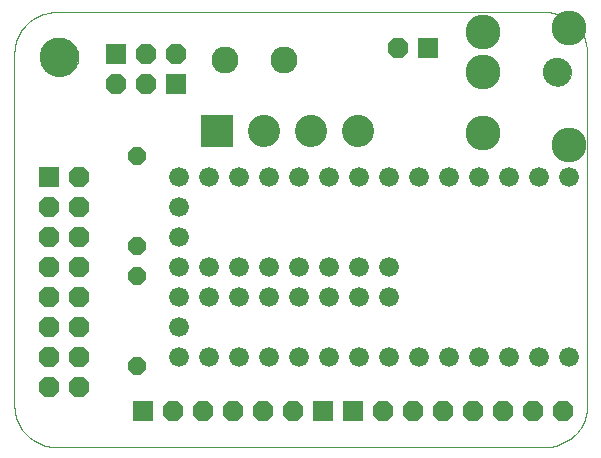
<source format=gbs>
G75*
G70*
%OFA0B0*%
%FSLAX24Y24*%
%IPPOS*%
%LPD*%
%AMOC8*
5,1,8,0,0,1.08239X$1,22.5*
%
%ADD10C,0.0000*%
%ADD11R,0.0680X0.0680*%
%ADD12OC8,0.0680*%
%ADD13C,0.1073*%
%ADD14R,0.1073X0.1073*%
%ADD15C,0.0900*%
%ADD16C,0.1162*%
%ADD17C,0.0946*%
%ADD18C,0.1300*%
%ADD19OC8,0.0600*%
%ADD20C,0.0660*%
D10*
X001600Y004500D02*
X017900Y004500D01*
X017973Y004502D01*
X018046Y004508D01*
X018119Y004517D01*
X018191Y004531D01*
X018262Y004548D01*
X018333Y004569D01*
X018402Y004593D01*
X018469Y004621D01*
X018536Y004653D01*
X018600Y004688D01*
X018662Y004726D01*
X018723Y004767D01*
X018781Y004812D01*
X018837Y004860D01*
X018890Y004910D01*
X018940Y004963D01*
X018988Y005019D01*
X019033Y005077D01*
X019074Y005138D01*
X019112Y005200D01*
X019147Y005264D01*
X019179Y005331D01*
X019207Y005398D01*
X019231Y005467D01*
X019252Y005538D01*
X019269Y005609D01*
X019283Y005681D01*
X019292Y005754D01*
X019298Y005827D01*
X019300Y005900D01*
X019300Y017600D01*
X017847Y017000D02*
X017849Y017042D01*
X017855Y017084D01*
X017865Y017126D01*
X017878Y017166D01*
X017896Y017205D01*
X017917Y017242D01*
X017941Y017276D01*
X017969Y017309D01*
X017999Y017339D01*
X018032Y017365D01*
X018067Y017389D01*
X018105Y017409D01*
X018144Y017425D01*
X018184Y017438D01*
X018226Y017447D01*
X018268Y017452D01*
X018311Y017453D01*
X018353Y017450D01*
X018395Y017443D01*
X018436Y017432D01*
X018476Y017417D01*
X018514Y017399D01*
X018551Y017377D01*
X018585Y017352D01*
X018617Y017324D01*
X018645Y017293D01*
X018671Y017259D01*
X018694Y017223D01*
X018713Y017186D01*
X018729Y017146D01*
X018741Y017105D01*
X018749Y017064D01*
X018753Y017021D01*
X018753Y016979D01*
X018749Y016936D01*
X018741Y016895D01*
X018729Y016854D01*
X018713Y016814D01*
X018694Y016777D01*
X018671Y016741D01*
X018645Y016707D01*
X018617Y016676D01*
X018585Y016648D01*
X018551Y016623D01*
X018514Y016601D01*
X018476Y016583D01*
X018436Y016568D01*
X018395Y016557D01*
X018353Y016550D01*
X018311Y016547D01*
X018268Y016548D01*
X018226Y016553D01*
X018184Y016562D01*
X018144Y016575D01*
X018105Y016591D01*
X018067Y016611D01*
X018032Y016635D01*
X017999Y016661D01*
X017969Y016691D01*
X017941Y016724D01*
X017917Y016758D01*
X017896Y016795D01*
X017878Y016834D01*
X017865Y016874D01*
X017855Y016916D01*
X017849Y016958D01*
X017847Y017000D01*
X019300Y017600D02*
X019298Y017673D01*
X019292Y017746D01*
X019283Y017819D01*
X019269Y017891D01*
X019252Y017962D01*
X019231Y018033D01*
X019207Y018102D01*
X019179Y018169D01*
X019147Y018236D01*
X019112Y018300D01*
X019074Y018362D01*
X019033Y018423D01*
X018988Y018481D01*
X018940Y018537D01*
X018890Y018590D01*
X018837Y018640D01*
X018781Y018688D01*
X018723Y018733D01*
X018662Y018774D01*
X018600Y018812D01*
X018536Y018847D01*
X018469Y018879D01*
X018402Y018907D01*
X018333Y018931D01*
X018262Y018952D01*
X018191Y018969D01*
X018119Y018983D01*
X018046Y018992D01*
X017973Y018998D01*
X017900Y019000D01*
X001600Y019000D01*
X001527Y018998D01*
X001454Y018992D01*
X001381Y018983D01*
X001309Y018969D01*
X001238Y018952D01*
X001167Y018931D01*
X001098Y018907D01*
X001031Y018879D01*
X000964Y018847D01*
X000900Y018812D01*
X000838Y018774D01*
X000777Y018733D01*
X000719Y018688D01*
X000663Y018640D01*
X000610Y018590D01*
X000560Y018537D01*
X000512Y018481D01*
X000467Y018423D01*
X000426Y018362D01*
X000388Y018300D01*
X000353Y018236D01*
X000321Y018169D01*
X000293Y018102D01*
X000269Y018033D01*
X000248Y017962D01*
X000231Y017891D01*
X000217Y017819D01*
X000208Y017746D01*
X000202Y017673D01*
X000200Y017600D01*
X000200Y005900D01*
X000202Y005827D01*
X000208Y005754D01*
X000217Y005681D01*
X000231Y005609D01*
X000248Y005538D01*
X000269Y005467D01*
X000293Y005398D01*
X000321Y005331D01*
X000353Y005264D01*
X000388Y005200D01*
X000426Y005138D01*
X000467Y005077D01*
X000512Y005019D01*
X000560Y004963D01*
X000610Y004910D01*
X000663Y004860D01*
X000719Y004812D01*
X000777Y004767D01*
X000838Y004726D01*
X000900Y004688D01*
X000964Y004653D01*
X001031Y004621D01*
X001098Y004593D01*
X001167Y004569D01*
X001238Y004548D01*
X001309Y004531D01*
X001381Y004517D01*
X001454Y004508D01*
X001527Y004502D01*
X001600Y004500D01*
X001070Y017500D02*
X001072Y017550D01*
X001078Y017600D01*
X001088Y017649D01*
X001102Y017697D01*
X001119Y017744D01*
X001140Y017789D01*
X001165Y017833D01*
X001193Y017874D01*
X001225Y017913D01*
X001259Y017950D01*
X001296Y017984D01*
X001336Y018014D01*
X001378Y018041D01*
X001422Y018065D01*
X001468Y018086D01*
X001515Y018102D01*
X001563Y018115D01*
X001613Y018124D01*
X001662Y018129D01*
X001713Y018130D01*
X001763Y018127D01*
X001812Y018120D01*
X001861Y018109D01*
X001909Y018094D01*
X001955Y018076D01*
X002000Y018054D01*
X002043Y018028D01*
X002084Y017999D01*
X002123Y017967D01*
X002159Y017932D01*
X002191Y017894D01*
X002221Y017854D01*
X002248Y017811D01*
X002271Y017767D01*
X002290Y017721D01*
X002306Y017673D01*
X002318Y017624D01*
X002326Y017575D01*
X002330Y017525D01*
X002330Y017475D01*
X002326Y017425D01*
X002318Y017376D01*
X002306Y017327D01*
X002290Y017279D01*
X002271Y017233D01*
X002248Y017189D01*
X002221Y017146D01*
X002191Y017106D01*
X002159Y017068D01*
X002123Y017033D01*
X002084Y017001D01*
X002043Y016972D01*
X002000Y016946D01*
X001955Y016924D01*
X001909Y016906D01*
X001861Y016891D01*
X001812Y016880D01*
X001763Y016873D01*
X001713Y016870D01*
X001662Y016871D01*
X001613Y016876D01*
X001563Y016885D01*
X001515Y016898D01*
X001468Y016914D01*
X001422Y016935D01*
X001378Y016959D01*
X001336Y016986D01*
X001296Y017016D01*
X001259Y017050D01*
X001225Y017087D01*
X001193Y017126D01*
X001165Y017167D01*
X001140Y017211D01*
X001119Y017256D01*
X001102Y017303D01*
X001088Y017351D01*
X001078Y017400D01*
X001072Y017450D01*
X001070Y017500D01*
D11*
X003600Y017600D03*
X005600Y016600D03*
X001350Y013500D03*
X004500Y005700D03*
X010500Y005700D03*
X011500Y005700D03*
X014000Y017800D03*
D12*
X013000Y017800D03*
X005600Y017600D03*
X004600Y017600D03*
X004600Y016600D03*
X003600Y016600D03*
X002350Y013500D03*
X002350Y012500D03*
X001350Y012500D03*
X001350Y011500D03*
X001350Y010500D03*
X001350Y009500D03*
X001350Y008500D03*
X001350Y007500D03*
X002350Y007500D03*
X002350Y008500D03*
X002350Y009500D03*
X002350Y010500D03*
X002350Y011500D03*
X002350Y006500D03*
X001350Y006500D03*
X005500Y005700D03*
X006500Y005700D03*
X007500Y005700D03*
X008500Y005700D03*
X009500Y005700D03*
X012500Y005700D03*
X013500Y005700D03*
X014500Y005700D03*
X015500Y005700D03*
X016500Y005700D03*
X017500Y005700D03*
X018500Y005700D03*
D13*
X011640Y015050D03*
X010080Y015050D03*
X008520Y015050D03*
D14*
X006960Y015050D03*
D15*
X007216Y017400D03*
X009184Y017400D03*
D16*
X015820Y017000D03*
X015820Y018339D03*
X018694Y018457D03*
X015820Y014953D03*
X018694Y014559D03*
D17*
X018300Y017000D03*
D18*
X001700Y017500D03*
D19*
X004300Y014200D03*
X004300Y011200D03*
X004300Y010200D03*
X004300Y007200D03*
D20*
X005700Y007500D03*
X005700Y008500D03*
X005700Y009500D03*
X005700Y010500D03*
X005700Y011500D03*
X006700Y010500D03*
X006700Y009500D03*
X007700Y009500D03*
X007700Y010500D03*
X008700Y010500D03*
X008700Y009500D03*
X009700Y009500D03*
X009700Y010500D03*
X010700Y010500D03*
X010700Y009500D03*
X011700Y009500D03*
X011700Y010500D03*
X012700Y010500D03*
X012700Y009500D03*
X012700Y007500D03*
X011700Y007500D03*
X010700Y007500D03*
X009700Y007500D03*
X008700Y007500D03*
X007700Y007500D03*
X006700Y007500D03*
X005700Y012500D03*
X005700Y013500D03*
X006700Y013500D03*
X007700Y013500D03*
X008700Y013500D03*
X009700Y013500D03*
X010700Y013500D03*
X011700Y013500D03*
X012700Y013500D03*
X013700Y013500D03*
X014700Y013500D03*
X015700Y013500D03*
X016700Y013500D03*
X017700Y013500D03*
X018700Y013500D03*
X018700Y007500D03*
X017700Y007500D03*
X016700Y007500D03*
X015700Y007500D03*
X014700Y007500D03*
X013700Y007500D03*
M02*

</source>
